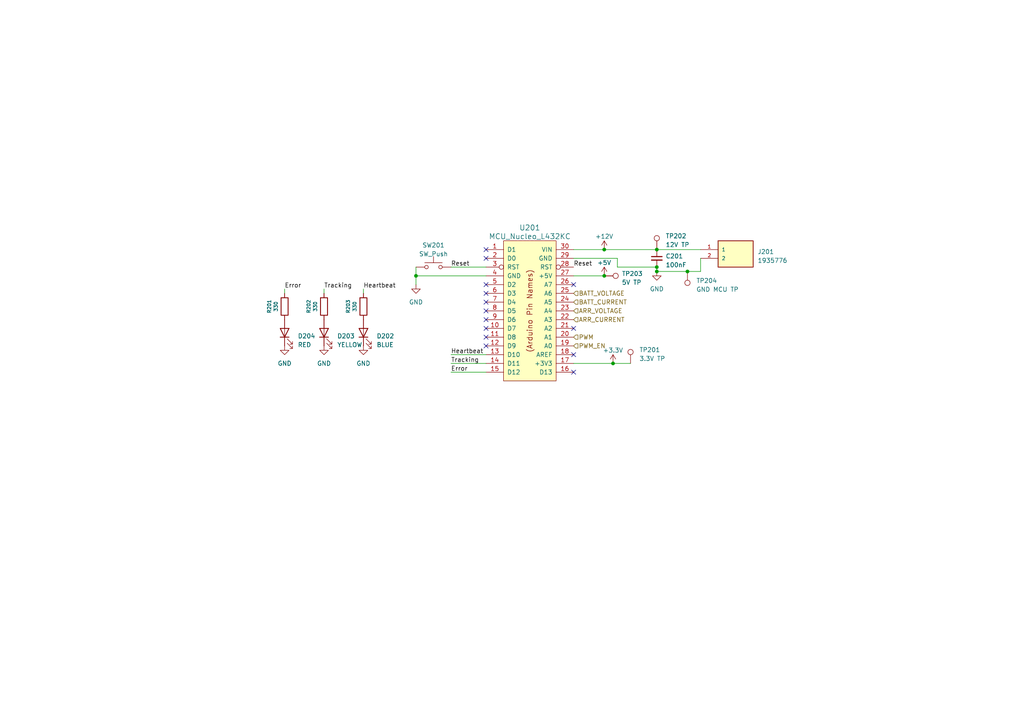
<source format=kicad_sch>
(kicad_sch (version 20230121) (generator eeschema)
  (paper "A4")
  (title_block (title "MPPT") (date "2023-01-30") (rev "v0.0.0") (comment 1 "Nishant Gupta") (comment 2 "Jacob Pustilnik"))
  (lib_symbols
    (symbol "1935776:1935776" (pin_names (offset 1.016))
      (property "Reference" "J" (at 16.51 7.62 0))
      (property "Value" "1935776" (at 16.51 5.08 0))
      (symbol "1935776_0_0"
        (rectangle (start 5.08 -5.08) (end 15.24 2.54) (stroke (width 0.254)) (fill (type background)))
        (pin bidirectional line (at 0 0 0) (length 5.08) (name "1") (number "1"))
        (pin bidirectional line (at 0 -2.54 0) (length 5.08) (name "2") (number "2"))
      )
    )
    (symbol "Connector:TestPoint" (pin_numbers hide) (pin_names (offset 0.762) hide)
      (property "Reference" "TP" (at 0 6.858 0))
      (property "Value" "TestPoint" (at 0 5.08 0))
      (symbol "TestPoint_0_1"
        (circle (center 0 3.302) (radius 0.762))
      )
      (symbol "TestPoint_1_1"
        (pin passive line (at 0 0 90) (length 2.54) (name "1") (number "1"))
      )
    )
    (symbol "Device:C_Small" (pin_numbers hide) (pin_names (offset 0.254) hide)
      (property "Reference" "C" (at 0.254 1.778 0))
      (property "Value" "C_Small" (at 0.254 -2.032 0))
      (symbol "C_Small_0_1"
        (polyline (pts (xy -1.524 -0.508) (xy 1.524 -0.508)) (stroke (width 0.3302)))
        (polyline (pts (xy -1.524 0.508) (xy 1.524 0.508)) (stroke (width 0.3048)))
      )
      (symbol "C_Small_1_1"
        (pin passive line (at 0 2.54 270) (length 2.032) (name "~") (number "1"))
        (pin passive line (at 0 -2.54 90) (length 2.032) (name "~") (number "2"))
      )
    )
    (symbol "Device:LED" (pin_numbers hide) (pin_names (offset 1.016) hide)
      (property "Reference" "D" (at 0 2.54 0))
      (property "Value" "LED" (at 0 -2.54 0))
      (symbol "LED_0_1"
        (polyline (pts (xy -1.27 -1.27) (xy -1.27 1.27)) (stroke (width 0.254)))
        (polyline (pts (xy -1.27 0) (xy 1.27 0)))
        (polyline (pts (xy 1.27 -1.27) (xy 1.27 1.27) (xy -1.27 0) (xy 1.27 -1.27)) (stroke (width 0.254)))
        (polyline (pts (xy -3.048 -0.762) (xy -4.572 -2.286) (xy -3.81 -2.286) (xy -4.572 -2.286) (xy -4.572 -1.524)))
        (polyline (pts (xy -1.778 -0.762) (xy -3.302 -2.286) (xy -2.54 -2.286) (xy -3.302 -2.286) (xy -3.302 -1.524)))
      )
      (symbol "LED_1_1"
        (pin passive line (at -3.81 0 0) (length 2.54) (name "K") (number "1"))
        (pin passive line (at 3.81 0 180) (length 2.54) (name "A") (number "2"))
      )
    )
    (symbol "Device:R" (pin_numbers hide) (pin_names (offset 0))
      (property "Reference" "R" (at 2.032 0 90))
      (property "Value" "R" (at 0 0 90))
      (symbol "R_0_1"
        (rectangle (start -1.016 -2.54) (end 1.016 2.54) (stroke (width 0.254)))
      )
      (symbol "R_1_1"
        (pin passive line (at 0 3.81 270) (length 1.27) (name "~") (number "1"))
        (pin passive line (at 0 -3.81 90) (length 1.27) (name "~") (number "2"))
      )
    )
    (symbol "MPPT:MCU_Nucleo_L432KC" (pin_names (offset 1.016))
      (property "Reference" "U" (at 0 -21.59 0))
      (property "Value" "MCU_Nucleo_L432KC" (at 0 21.59 0))
      (symbol "MCU_Nucleo_L432KC_0_0"
        (rectangle (start -7.62 20.32) (end 7.62 -20.32) (fill (type background)))
      )
      (symbol "MCU_Nucleo_L432KC_0_1"
        (text "(Arduino Pin Names)" (at 0 0 900) (effects (font (size 1.524 1.524))))
      )
      (symbol "MCU_Nucleo_L432KC_0_2"
        (text "(Nucleo Pin Names)" (at 0 0 900) (effects (font (size 1.524 1.524))))
      )
      (symbol "MCU_Nucleo_L432KC_1_1"
        (pin bidirectional line (at -12.7 17.78 0) (length 5.08) (name "D1") (number "1"))
        (pin bidirectional line (at -12.7 -5.08 0) (length 5.08) (name "D7") (number "10"))
        (pin bidirectional line (at -12.7 -7.62 0) (length 5.08) (name "D8") (number "11"))
        (pin bidirectional line (at -12.7 -10.16 0) (length 5.08) (name "D9") (number "12"))
        (pin bidirectional line (at -12.7 -12.7 0) (length 5.08) (name "D10") (number "13"))
        (pin bidirectional line (at -12.7 -15.24 0) (length 5.08) (name "D11") (number "14"))
        (pin bidirectional line (at -12.7 -17.78 0) (length 5.08) (name "D12") (number "15"))
        (pin bidirectional line (at 12.7 -17.78 180) (length 5.08) (name "D13") (number "16"))
        (pin power_out line (at 12.7 -15.24 180) (length 5.08) (name "+3V3") (number "17"))
        (pin input line (at 12.7 -12.7 180) (length 5.08) (name "AREF") (number "18"))
        (pin bidirectional line (at 12.7 -10.16 180) (length 5.08) (name "A0") (number "19"))
        (pin bidirectional line (at -12.7 15.24 0) (length 5.08) (name "D0") (number "2"))
        (pin bidirectional line (at 12.7 -7.62 180) (length 5.08) (name "A1") (number "20"))
        (pin bidirectional line (at 12.7 -5.08 180) (length 5.08) (name "A2") (number "21"))
        (pin bidirectional line (at 12.7 -2.54 180) (length 5.08) (name "A3") (number "22"))
        (pin bidirectional line (at 12.7 0 180) (length 5.08) (name "A4") (number "23"))
        (pin bidirectional line (at 12.7 2.54 180) (length 5.08) (name "A5") (number "24"))
        (pin bidirectional line (at 12.7 5.08 180) (length 5.08) (name "A6") (number "25"))
        (pin bidirectional line (at 12.7 7.62 180) (length 5.08) (name "A7") (number "26"))
        (pin power_in line (at 12.7 10.16 180) (length 5.08) (name "+5V") (number "27"))
        (pin input inverted (at 12.7 12.7 180) (length 5.08) (name "RST") (number "28"))
        (pin power_in line (at 12.7 15.24 180) (length 5.08) (name "GND") (number "29"))
        (pin input inverted (at -12.7 12.7 0) (length 5.08) (name "RST") (number "3"))
        (pin power_in line (at 12.7 17.78 180) (length 5.08) (name "VIN") (number "30"))
        (pin power_in line (at -12.7 10.16 0) (length 5.08) (name "GND") (number "4"))
        (pin bidirectional line (at -12.7 7.62 0) (length 5.08) (name "D2") (number "5"))
        (pin bidirectional line (at -12.7 5.08 0) (length 5.08) (name "D3") (number "6"))
        (pin bidirectional line (at -12.7 2.54 0) (length 5.08) (name "D4") (number "7"))
        (pin bidirectional line (at -12.7 0 0) (length 5.08) (name "D5") (number "8"))
        (pin bidirectional line (at -12.7 -2.54 0) (length 5.08) (name "D6") (number "9"))
      )
      (symbol "MCU_Nucleo_L432KC_1_2"
        (pin bidirectional line (at -12.7 17.78 0) (length 5.08) (name "PA9") (number "1"))
        (pin bidirectional line (at -12.7 -5.08 0) (length 5.08) (name "PC14") (number "10"))
        (pin bidirectional line (at -12.7 -7.62 0) (length 5.08) (name "PC15") (number "11"))
        (pin bidirectional line (at -12.7 -10.16 0) (length 5.08) (name "PA8") (number "12"))
        (pin bidirectional line (at -12.7 -12.7 0) (length 5.08) (name "PA11") (number "13"))
        (pin bidirectional line (at -12.7 -15.24 0) (length 5.08) (name "PB5") (number "14"))
        (pin bidirectional line (at -12.7 -17.78 0) (length 5.08) (name "PB4") (number "15"))
        (pin bidirectional line (at 12.7 -17.78 180) (length 5.08) (name "PB3") (number "16"))
        (pin power_out line (at 12.7 -15.24 180) (length 5.08) (name "+3V3") (number "17"))
        (pin input line (at 12.7 -12.7 180) (length 5.08) (name "AREF") (number "18"))
        (pin bidirectional line (at 12.7 -10.16 180) (length 5.08) (name "PA0") (number "19"))
        (pin bidirectional line (at -12.7 15.24 0) (length 5.08) (name "PA10") (number "2"))
        (pin bidirectional line (at 12.7 -7.62 180) (length 5.08) (name "PA1") (number "20"))
        (pin bidirectional line (at 12.7 -5.08 180) (length 5.08) (name "PA3") (number "21"))
        (pin bidirectional line (at 12.7 -2.54 180) (length 5.08) (name "PA4") (number "22"))
        (pin bidirectional line (at 12.7 0 180) (length 5.08) (name "PA5") (number "23"))
        (pin bidirectional line (at 12.7 2.54 180) (length 5.08) (name "PA6") (number "24"))
        (pin bidirectional line (at 12.7 5.08 180) (length 5.08) (name "PA7") (number "25"))
        (pin bidirectional line (at 12.7 7.62 180) (length 5.08) (name "PA2") (number "26"))
        (pin power_out line (at 12.7 10.16 180) (length 5.08) (name "+5V") (number "27"))
        (pin input inverted (at 12.7 12.7 180) (length 5.08) (name "RST") (number "28"))
        (pin power_in line (at 12.7 15.24 180) (length 5.08) (name "GND") (number "29"))
        (pin input inverted (at -12.7 12.7 0) (length 5.08) (name "RST") (number "3"))
        (pin power_in line (at 12.7 17.78 180) (length 5.08) (name "VIN") (number "30"))
        (pin power_in line (at -12.7 10.16 0) (length 5.08) (name "GND") (number "4"))
        (pin bidirectional line (at -12.7 7.62 0) (length 5.08) (name "PA12") (number "5"))
        (pin bidirectional line (at -12.7 5.08 0) (length 5.08) (name "PB0") (number "6"))
        (pin bidirectional line (at -12.7 2.54 0) (length 5.08) (name "PB7") (number "7"))
        (pin bidirectional line (at -12.7 0 0) (length 5.08) (name "PB6") (number "8"))
        (pin bidirectional line (at -12.7 -2.54 0) (length 5.08) (name "PB1") (number "9"))
      )
    )
    (symbol "Switch:SW_Push" (pin_numbers hide) (pin_names (offset 1.016) hide)
      (property "Reference" "SW" (at 1.27 2.54 0))
      (property "Value" "SW_Push" (at 0 -1.524 0))
      (symbol "SW_Push_0_1"
        (circle (center -2.032 0) (radius 0.508))
        (polyline (pts (xy 0 1.27) (xy 0 3.048)))
        (polyline (pts (xy 2.54 1.27) (xy -2.54 1.27)))
        (circle (center 2.032 0) (radius 0.508))
        (pin passive line (at -5.08 0 0) (length 2.54) (name "1") (number "1"))
        (pin passive line (at 5.08 0 180) (length 2.54) (name "2") (number "2"))
      )
    )
    (symbol "power:+12V" (power) (pin_names (offset 0))
      (property "Value" "+12V" (at 0 3.556 0))
      (symbol "+12V_0_1"
        (polyline (pts (xy -0.762 1.27) (xy 0 2.54)))
        (polyline (pts (xy 0 0) (xy 0 2.54)))
        (polyline (pts (xy 0 2.54) (xy 0.762 1.27)))
      )
      (symbol "+12V_1_1"
        (pin power_in line (at 0 0 90) (length 0) hide (name "+12V") (number "1"))
      )
    )
    (symbol "power:+3.3V" (power) (pin_names (offset 0))
      (property "Value" "+3.3V" (at 0 3.556 0))
      (symbol "+3.3V_0_1"
        (polyline (pts (xy -0.762 1.27) (xy 0 2.54)))
        (polyline (pts (xy 0 0) (xy 0 2.54)))
        (polyline (pts (xy 0 2.54) (xy 0.762 1.27)))
      )
      (symbol "+3.3V_1_1"
        (pin power_in line (at 0 0 90) (length 0) hide (name "+3.3V") (number "1"))
      )
    )
    (symbol "power:+5V" (power) (pin_names (offset 0))
      (property "Value" "+5V" (at 0 3.556 0))
      (symbol "+5V_0_1"
        (polyline (pts (xy -0.762 1.27) (xy 0 2.54)))
        (polyline (pts (xy 0 0) (xy 0 2.54)))
        (polyline (pts (xy 0 2.54) (xy 0.762 1.27)))
      )
      (symbol "+5V_1_1"
        (pin power_in line (at 0 0 90) (length 0) hide (name "+5V") (number "1"))
      )
    )
    (symbol "power:GND" (power) (pin_names (offset 0))
      (property "Value" "GND" (at 0 -3.81 0))
      (symbol "GND_0_1"
        (polyline (pts (xy 0 0) (xy 0 -1.27) (xy 1.27 -1.27) (xy 0 -2.54) (xy -1.27 -1.27) (xy 0 -1.27)))
      )
      (symbol "GND_1_1"
        (pin power_in line (at 0 0 270) (length 0) hide (name "GND") (number "1"))
      )
    )
  )
  (junction (at 190.5 77.47))
  (junction (at 199.39 78.74))
  (junction (at 120.65 80.01))
  (junction (at 175.26 72.39))
  (junction (at 177.8 105.41))
  (junction (at 190.5 72.39))
  (junction (at 175.26 80.01))
  (junction (at 190.5 78.74))
  (no_connect (at 140.97 90.17))
  (no_connect (at 166.37 95.25))
  (no_connect (at 140.97 92.71))
  (no_connect (at 140.97 82.55))
  (no_connect (at 140.97 95.25))
  (no_connect (at 140.97 100.33))
  (no_connect (at 140.97 72.39))
  (no_connect (at 140.97 74.93))
  (no_connect (at 140.97 97.79))
  (no_connect (at 166.37 107.95))
  (no_connect (at 166.37 82.55))
  (no_connect (at 140.97 85.09))
  (no_connect (at 140.97 87.63))
  (no_connect (at 166.37 102.87))
  (wire (pts (xy 93.98 83.82) (xy 93.98 85.09)))
  (wire (pts (xy 179.07 77.47) (xy 190.5 77.47)))
  (wire (pts (xy 199.39 78.74) (xy 203.2 78.74)))
  (wire (pts (xy 190.5 78.74) (xy 199.39 78.74)))
  (wire (pts (xy 130.81 77.47) (xy 140.97 77.47)))
  (wire (pts (xy 166.37 105.41) (xy 177.8 105.41)))
  (wire (pts (xy 190.5 72.39) (xy 203.2 72.39)))
  (wire (pts (xy 140.97 80.01) (xy 120.65 80.01)))
  (wire (pts (xy 177.8 105.41) (xy 182.88 105.41)))
  (wire (pts (xy 130.81 102.87) (xy 140.97 102.87)))
  (wire (pts (xy 82.55 83.82) (xy 82.55 85.09)))
  (wire (pts (xy 120.65 77.47) (xy 120.65 80.01)))
  (wire (pts (xy 175.26 72.39) (xy 190.5 72.39)))
  (wire (pts (xy 190.5 78.74) (xy 190.5 77.47)))
  (wire (pts (xy 203.2 74.93) (xy 203.2 78.74)))
  (wire (pts (xy 179.07 74.93) (xy 179.07 77.47)))
  (wire (pts (xy 105.41 83.82) (xy 105.41 85.09)))
  (wire (pts (xy 166.37 72.39) (xy 175.26 72.39)))
  (wire (pts (xy 166.37 80.01) (xy 175.26 80.01)))
  (wire (pts (xy 166.37 74.93) (xy 179.07 74.93)))
  (wire (pts (xy 120.65 80.01) (xy 120.65 82.55)))
  (wire (pts (xy 130.81 107.95) (xy 140.97 107.95)))
  (wire (pts (xy 130.81 105.41) (xy 140.97 105.41)))
  (label "Heartbeat" (at 105.41 83.82 0))
  (label "Error" (at 130.81 107.95 0))
  (label "Reset" (at 130.81 77.47 0))
  (label "Tracking" (at 130.81 105.41 0))
  (label "Error" (at 82.55 83.82 0))
  (label "Heartbeat" (at 130.81 102.87 0))
  (label "Tracking" (at 93.98 83.82 0))
  (label "Reset" (at 166.37 77.47 0))
  (hierarchical_label "BATT_VOLTAGE" (shape input) (at 166.37 85.09 0))
  (hierarchical_label "ARR_VOLTAGE" (shape input) (at 166.37 90.17 0))
  (hierarchical_label "BATT_CURRENT" (shape input) (at 166.37 87.63 0))
  (hierarchical_label "PWM" (shape input) (at 166.37 97.79 0))
  (hierarchical_label "ARR_CURRENT" (shape input) (at 166.37 92.71 0))
  (hierarchical_label "PWM_EN" (shape input) (at 166.37 100.33 0))
  (symbol (lib_id "power:GND") (at 120.65 82.55 0) (unit 1)
    (property "Reference" "#PWR0201" (effects hide))
    (property "Value" "GND" (at 120.65 87.63 0))
  )
  (symbol (lib_id "Connector:TestPoint") (at 182.88 105.41 0) (unit 1)
    (property "Reference" "TP201" (at 185.42 101.473 0) (effects (justify left)))
    (property "Value" "3.3V TP" (at 185.42 104.013 0) (effects (justify left)))
    (property "Footprint" "TestPoint:TestPoint_Pad_2.0x2.0mm" (effects hide))
  )
  (symbol (lib_id "power:GND") (at 105.41 100.33 0) (unit 1)
    (property "Reference" "#PWR0207" (effects hide))
    (property "Value" "GND" (at 105.41 105.41 0))
  )
  (symbol (lib_id "Device:R") (at 105.41 88.9 180) (unit 1)
    (property "Reference" "R203" (at 100.965 88.9 90) (effects (font (size 1 1))))
    (property "Value" "330" (at 102.87 88.9 90) (effects (font (size 1 1))))
    (property "Footprint" "Resistor_SMD:R_0805_2012Metric" (effects hide))
    (property "Datasheet" "https://datasheet.lcsc.com/lcsc/2110251830_UNI-ROYAL-Uniroyal-Elec-0805W8F3300T5E_C17630.pdf" (effects hide))
    (property "Distributor" "JLCPCB" (effects hide))
    (property "Manufacturer" "Uniroyal Elec" (effects hide))
    (property "JLCPCB BOM" "1" (effects hide))
    (property "LCSC Part" "C17630" (effects hide))
    (property "Projected Cost" "0.0024" (effects hide))
    (property "Purchase Page" "N/A" (effects hide))
    (property "Manufacturer Part Number" "0805W8F3300T5E" (effects hide))
    (property "Mouser Part" "N/A" (effects hide))
    (instances (project "mppt" (path "" (reference "R203") (unit 1))) (project "MPPT" (path "" (reference "R701") (unit 1))))
  )
  (symbol (lib_id "MPPT:MCU_Nucleo_L432KC") (at 153.67 90.17 0) (unit 1)
    (property "Reference" "U201" (at 153.67 66.04 0) (effects (font (size 1.524 1.524))))
    (property "Value" "MCU_Nucleo_L432KC" (at 153.67 68.58 0) (effects (font (size 1.524 1.524))))
    (property "Footprint" "mppt:MODULE_NUCLEO-L432KC" (effects hide))
    (property "Datasheet" "https://www.mouser.com/datasheet/2/389/nucleo-f031k6-1484037.pdf" (effects hide))
  )
  (symbol (lib_id "power:GND") (at 93.98 100.33 0) (unit 1)
    (property "Reference" "#PWR0206" (effects hide))
    (property "Value" "GND" (at 93.98 105.41 0))
  )
  (symbol (lib_id "Connector:TestPoint") (at 199.39 78.74 180) (unit 1)
    (property "Reference" "TP204" (at 201.93 81.407 0) (effects (justify right)))
    (property "Value" "GND MCU TP" (at 201.93 83.947 0) (effects (justify right)))
    (property "Footprint" "TestPoint:TestPoint_Pad_2.0x2.0mm" (effects hide))
  )
  (symbol (lib_id "Device:LED") (at 93.98 96.52 90) (unit 1)
    (property "Reference" "D203" (at 97.79 97.4725 90) (effects (justify right)))
    (property "Value" "YELLOW" (at 97.79 100.0125 90) (effects (justify right)))
    (property "Footprint" "LED_SMD:LED_0805_2012Metric" (effects hide))
  )
  (symbol (lib_id "power:+3.3V") (at 177.8 105.41 0) (unit 1)
    (property "Reference" "#PWR0202" (effects hide))
    (property "Value" "+3.3V" (at 177.8 101.6 0))
  )
  (symbol (lib_id "Connector:TestPoint") (at 175.26 80.01 270) (unit 1)
    (property "Reference" "TP203" (at 180.34 79.375 90) (effects (justify left)))
    (property "Value" "5V TP" (at 180.34 81.915 90) (effects (justify left)))
    (property "Footprint" "TestPoint:TestPoint_Pad_2.0x2.0mm" (effects hide))
  )
  (symbol (lib_id "power:GND") (at 82.55 100.33 0) (unit 1)
    (property "Reference" "#PWR0205" (effects hide))
    (property "Value" "GND" (at 82.55 105.41 0))
  )
  (symbol (lib_id "Switch:SW_Push") (at 125.73 77.47 0) (unit 1)
    (property "Reference" "SW201" (at 125.73 71.12 0))
    (property "Value" "SW_Push" (at 125.73 73.66 0))
    (property "Footprint" "Button_Switch_THT:SW_PUSH_6mm" (effects hide))
  )
  (symbol (lib_id "Device:LED") (at 82.55 96.52 90) (unit 1)
    (property "Reference" "D204" (at 86.36 97.4725 90) (effects (justify right)))
    (property "Value" "RED" (at 86.36 100.0125 90) (effects (justify right)))
    (property "Footprint" "LED_SMD:LED_0805_2012Metric" (effects hide))
  )
  (symbol (lib_id "Device:R") (at 93.98 88.9 180) (unit 1)
    (property "Reference" "R202" (at 89.535 88.9 90) (effects (font (size 1 1))))
    (property "Value" "330" (at 91.44 88.9 90) (effects (font (size 1 1))))
    (property "Footprint" "Resistor_SMD:R_0805_2012Metric" (effects hide))
    (property "Datasheet" "https://datasheet.lcsc.com/lcsc/2110251830_UNI-ROYAL-Uniroyal-Elec-0805W8F3300T5E_C17630.pdf" (effects hide))
    (property "Distributor" "JLCPCB" (effects hide))
    (property "Manufacturer" "Uniroyal Elec" (effects hide))
    (property "JLCPCB BOM" "1" (effects hide))
    (property "LCSC Part" "C17630" (effects hide))
    (property "Projected Cost" "0.0024" (effects hide))
    (property "Purchase Page" "N/A" (effects hide))
    (property "Manufacturer Part Number" "0805W8F3300T5E" (effects hide))
    (property "Mouser Part" "N/A" (effects hide))
    (instances (project "mppt" (path "" (reference "R202") (unit 1))) (project "MPPT" (path "" (reference "R701") (unit 1))))
  )
  (symbol (lib_id "Device:C_Small") (at 190.5 74.93 0) (unit 1)
    (property "Reference" "C201" (at 193.04 74.3013 0) (effects (justify left)))
    (property "Value" "100nF" (at 193.04 76.8413 0) (effects (justify left)))
    (property "Footprint" "Capacitor_SMD:C_0402_1005Metric" (effects hide))
    (property "Datasheet" "https://datasheet.lcsc.com/lcsc/1810191216_Samsung-Electro-Mechanics-CL21B104KCFNNNE_C28233.pdf" (effects hide))
  )
  (symbol (lib_id "power:GND") (at 190.5 78.74 0) (unit 1)
    (property "Reference" "#PWR0208" (effects hide))
    (property "Value" "GND" (at 190.5 83.82 0))
  )
  (symbol (lib_id "1935776:1935776") (at 203.2 72.39 0) (unit 1)
    (property "Reference" "J201" (at 219.71 73.025 0) (effects (justify left)))
    (property "Value" "1935776" (at 219.71 75.565 0) (effects (justify left)))
    (property "Footprint" "1935776" (effects hide))
    (property "Datasheet" "https://www.phoenixcontact.com/en-us/products/printed-circuit-board-terminal-pt-25-2-50-h-1935776?type=pdf" (effects hide))
    (property "DESCRIPTION" "Fixed Terminal Blocks PT 2.5/ 2-5.0-H g" (effects hide))
    (property "MANUFACTURER_PART_NUMBER" "1935776" (effects hide))
    (property "HEIGHT" "13.5mm" (effects hide))
    (property "MANUFACTURER_NAME" "Phoenix Contact" (effects hide))
    (property "MOUSER_PART_NUMBER" "651-1935776" (effects hide))
    (property "MOUSER_PRICE-STOCK" "https://www.mouser.co.uk/ProductDetail/Phoenix-Contact/1935776?qs=gjk32EaArKJ3oesOAo3TWA%3D%3D" (effects hide))
  )
  (symbol (lib_id "power:+5V") (at 175.26 80.01 0) (unit 1)
    (property "Reference" "#PWR0204" (effects hide))
    (property "Value" "+5V" (at 175.26 76.2 0))
  )
  (symbol (lib_id "Device:R") (at 82.55 88.9 180) (unit 1)
    (property "Reference" "R201" (at 78.105 88.9 90) (effects (font (size 1 1))))
    (property "Value" "330" (at 80.01 88.9 90) (effects (font (size 1 1))))
    (property "Footprint" "Resistor_SMD:R_0805_2012Metric" (effects hide))
    (property "Datasheet" "https://datasheet.lcsc.com/lcsc/2110251830_UNI-ROYAL-Uniroyal-Elec-0805W8F3300T5E_C17630.pdf" (effects hide))
    (property "Distributor" "JLCPCB" (effects hide))
    (property "Manufacturer" "Uniroyal Elec" (effects hide))
    (property "JLCPCB BOM" "1" (effects hide))
    (property "LCSC Part" "C17630" (effects hide))
    (property "Projected Cost" "0.0024" (effects hide))
    (property "Purchase Page" "N/A" (effects hide))
    (property "Manufacturer Part Number" "0805W8F3300T5E" (effects hide))
    (property "Mouser Part" "N/A" (effects hide))
    (instances (project "mppt" (path "" (reference "R201") (unit 1))) (project "MPPT" (path "" (reference "R701") (unit 1))))
  )
  (symbol (lib_id "power:+12V") (at 175.26 72.39 0) (unit 1)
    (property "Reference" "#PWR0203" (effects hide))
    (property "Value" "+12V" (at 175.26 68.58 0))
  )
  (symbol (lib_id "Device:LED") (at 105.41 96.52 90) (unit 1)
    (property "Reference" "D202" (at 109.22 97.4725 90) (effects (justify right)))
    (property "Value" "BLUE" (at 109.22 100.0125 90) (effects (justify right)))
    (property "Footprint" "LED_SMD:LED_0805_2012Metric" (effects hide))
  )
  (symbol (lib_id "Connector:TestPoint") (at 190.5 72.39 0) (unit 1)
    (property "Reference" "TP202" (at 193.04 68.453 0) (effects (justify left)))
    (property "Value" "12V TP" (at 193.04 70.993 0) (effects (justify left)))
    (property "Footprint" "TestPoint:TestPoint_Pad_2.0x2.0mm" (effects hide))
  )
)
</source>
